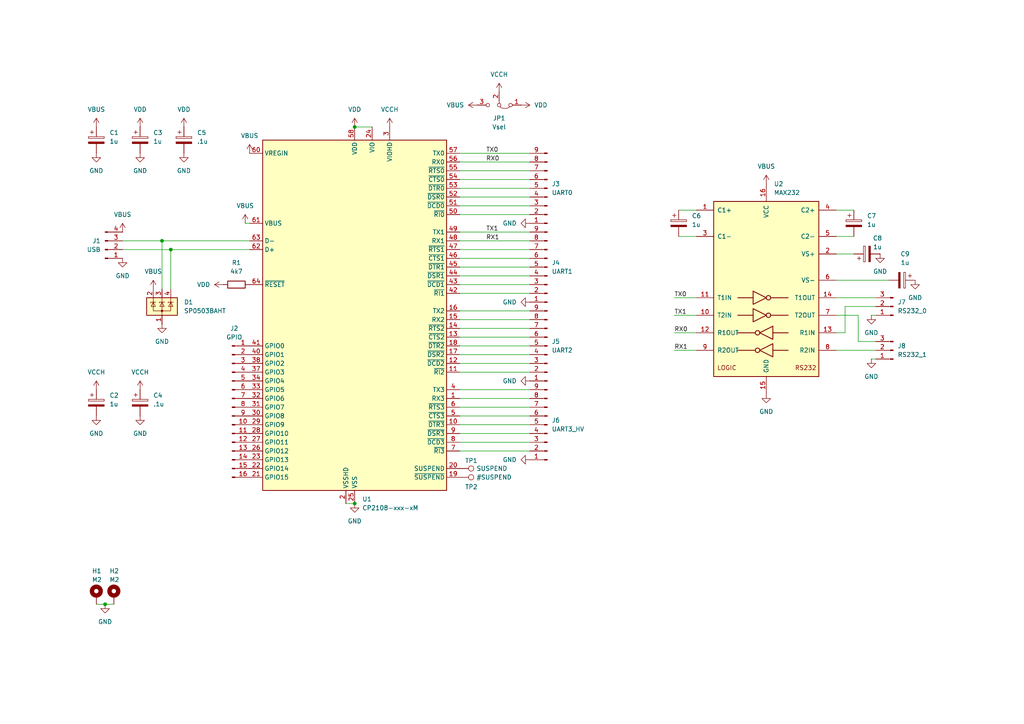
<source format=kicad_sch>
(kicad_sch (version 20231120) (generator "eeschema") (generator_version "8.0")
  (paper "A4")
  (title_block (title "USB-to-quad UART") (date "2024-07-31") (rev "rev. 1") (company "Prolan") (comment 1 "USB"))
  (lib_symbols
    (symbol "Connector:Conn_01x03_Pin" (pin_names (offset 1.016) hide)
      (property "Reference" "J" (at 0 5.08 0))
      (property "Value" "Conn_01x03_Pin" (at 0 -5.08 0))
      (symbol "Conn_01x03_Pin_1_1"
        (polyline (pts (xy 1.27 -2.54) (xy 0.8636 -2.54)) (stroke (width 0.1524)))
        (polyline (pts (xy 1.27 0) (xy 0.8636 0)) (stroke (width 0.1524)))
        (polyline (pts (xy 1.27 2.54) (xy 0.8636 2.54)) (stroke (width 0.1524)))
        (rectangle (start 0.8636 -2.413) (end 0 -2.667) (stroke (width 0.1524)) (fill (type outline)))
        (rectangle (start 0.8636 0.127) (end 0 -0.127) (stroke (width 0.1524)) (fill (type outline)))
        (rectangle (start 0.8636 2.667) (end 0 2.413) (stroke (width 0.1524)) (fill (type outline)))
        (pin passive line (at 5.08 2.54 180) (length 3.81) (name "Pin_1") (number "1"))
        (pin passive line (at 5.08 0 180) (length 3.81) (name "Pin_2") (number "2"))
        (pin passive line (at 5.08 -2.54 180) (length 3.81) (name "Pin_3") (number "3"))
      )
    )
    (symbol "Connector:Conn_01x04_Pin" (pin_names (offset 1.016) hide)
      (property "Reference" "J" (at 0 5.08 0))
      (property "Value" "Conn_01x04_Pin" (at 0 -7.62 0))
      (symbol "Conn_01x04_Pin_1_1"
        (polyline (pts (xy 1.27 -5.08) (xy 0.8636 -5.08)) (stroke (width 0.1524)))
        (polyline (pts (xy 1.27 -2.54) (xy 0.8636 -2.54)) (stroke (width 0.1524)))
        (polyline (pts (xy 1.27 0) (xy 0.8636 0)) (stroke (width 0.1524)))
        (polyline (pts (xy 1.27 2.54) (xy 0.8636 2.54)) (stroke (width 0.1524)))
        (rectangle (start 0.8636 -4.953) (end 0 -5.207) (stroke (width 0.1524)) (fill (type outline)))
        (rectangle (start 0.8636 -2.413) (end 0 -2.667) (stroke (width 0.1524)) (fill (type outline)))
        (rectangle (start 0.8636 0.127) (end 0 -0.127) (stroke (width 0.1524)) (fill (type outline)))
        (rectangle (start 0.8636 2.667) (end 0 2.413) (stroke (width 0.1524)) (fill (type outline)))
        (pin passive line (at 5.08 2.54 180) (length 3.81) (name "Pin_1") (number "1"))
        (pin passive line (at 5.08 0 180) (length 3.81) (name "Pin_2") (number "2"))
        (pin passive line (at 5.08 -2.54 180) (length 3.81) (name "Pin_3") (number "3"))
        (pin passive line (at 5.08 -5.08 180) (length 3.81) (name "Pin_4") (number "4"))
      )
    )
    (symbol "Connector:Conn_01x09_Pin" (pin_names (offset 1.016) hide)
      (property "Reference" "J" (at 0 12.7 0))
      (property "Value" "Conn_01x09_Pin" (at 0 -12.7 0))
      (symbol "Conn_01x09_Pin_1_1"
        (polyline (pts (xy 1.27 -10.16) (xy 0.8636 -10.16)) (stroke (width 0.1524)))
        (polyline (pts (xy 1.27 -7.62) (xy 0.8636 -7.62)) (stroke (width 0.1524)))
        (polyline (pts (xy 1.27 -5.08) (xy 0.8636 -5.08)) (stroke (width 0.1524)))
        (polyline (pts (xy 1.27 -2.54) (xy 0.8636 -2.54)) (stroke (width 0.1524)))
        (polyline (pts (xy 1.27 0) (xy 0.8636 0)) (stroke (width 0.1524)))
        (polyline (pts (xy 1.27 2.54) (xy 0.8636 2.54)) (stroke (width 0.1524)))
        (polyline (pts (xy 1.27 5.08) (xy 0.8636 5.08)) (stroke (width 0.1524)))
        (polyline (pts (xy 1.27 7.62) (xy 0.8636 7.62)) (stroke (width 0.1524)))
        (polyline (pts (xy 1.27 10.16) (xy 0.8636 10.16)) (stroke (width 0.1524)))
        (rectangle (start 0.8636 -10.033) (end 0 -10.287) (stroke (width 0.1524)) (fill (type outline)))
        (rectangle (start 0.8636 -7.493) (end 0 -7.747) (stroke (width 0.1524)) (fill (type outline)))
        (rectangle (start 0.8636 -4.953) (end 0 -5.207) (stroke (width 0.1524)) (fill (type outline)))
        (rectangle (start 0.8636 -2.413) (end 0 -2.667) (stroke (width 0.1524)) (fill (type outline)))
        (rectangle (start 0.8636 0.127) (end 0 -0.127) (stroke (width 0.1524)) (fill (type outline)))
        (rectangle (start 0.8636 2.667) (end 0 2.413) (stroke (width 0.1524)) (fill (type outline)))
        (rectangle (start 0.8636 5.207) (end 0 4.953) (stroke (width 0.1524)) (fill (type outline)))
        (rectangle (start 0.8636 7.747) (end 0 7.493) (stroke (width 0.1524)) (fill (type outline)))
        (rectangle (start 0.8636 10.287) (end 0 10.033) (stroke (width 0.1524)) (fill (type outline)))
        (pin passive line (at 5.08 10.16 180) (length 3.81) (name "Pin_1") (number "1"))
        (pin passive line (at 5.08 7.62 180) (length 3.81) (name "Pin_2") (number "2"))
        (pin passive line (at 5.08 5.08 180) (length 3.81) (name "Pin_3") (number "3"))
        (pin passive line (at 5.08 2.54 180) (length 3.81) (name "Pin_4") (number "4"))
        (pin passive line (at 5.08 0 180) (length 3.81) (name "Pin_5") (number "5"))
        (pin passive line (at 5.08 -2.54 180) (length 3.81) (name "Pin_6") (number "6"))
        (pin passive line (at 5.08 -5.08 180) (length 3.81) (name "Pin_7") (number "7"))
        (pin passive line (at 5.08 -7.62 180) (length 3.81) (name "Pin_8") (number "8"))
        (pin passive line (at 5.08 -10.16 180) (length 3.81) (name "Pin_9") (number "9"))
      )
    )
    (symbol "Connector:Conn_01x16_Pin" (pin_names (offset 1.016) hide)
      (property "Reference" "J" (at 0 20.32 0))
      (property "Value" "Conn_01x16_Pin" (at 0 -22.86 0))
      (symbol "Conn_01x16_Pin_1_1"
        (polyline (pts (xy 1.27 -20.32) (xy 0.8636 -20.32)) (stroke (width 0.1524)))
        (polyline (pts (xy 1.27 -17.78) (xy 0.8636 -17.78)) (stroke (width 0.1524)))
        (polyline (pts (xy 1.27 -15.24) (xy 0.8636 -15.24)) (stroke (width 0.1524)))
        (polyline (pts (xy 1.27 -12.7) (xy 0.8636 -12.7)) (stroke (width 0.1524)))
        (polyline (pts (xy 1.27 -10.16) (xy 0.8636 -10.16)) (stroke (width 0.1524)))
        (polyline (pts (xy 1.27 -7.62) (xy 0.8636 -7.62)) (stroke (width 0.1524)))
        (polyline (pts (xy 1.27 -5.08) (xy 0.8636 -5.08)) (stroke (width 0.1524)))
        (polyline (pts (xy 1.27 -2.54) (xy 0.8636 -2.54)) (stroke (width 0.1524)))
        (polyline (pts (xy 1.27 0) (xy 0.8636 0)) (stroke (width 0.1524)))
        (polyline (pts (xy 1.27 2.54) (xy 0.8636 2.54)) (stroke (width 0.1524)))
        (polyline (pts (xy 1.27 5.08) (xy 0.8636 5.08)) (stroke (width 0.1524)))
        (polyline (pts (xy 1.27 7.62) (xy 0.8636 7.62)) (stroke (width 0.1524)))
        (polyline (pts (xy 1.27 10.16) (xy 0.8636 10.16)) (stroke (width 0.1524)))
        (polyline (pts (xy 1.27 12.7) (xy 0.8636 12.7)) (stroke (width 0.1524)))
        (polyline (pts (xy 1.27 15.24) (xy 0.8636 15.24)) (stroke (width 0.1524)))
        (polyline (pts (xy 1.27 17.78) (xy 0.8636 17.78)) (stroke (width 0.1524)))
        (rectangle (start 0.8636 -20.193) (end 0 -20.447) (stroke (width 0.1524)) (fill (type outline)))
        (rectangle (start 0.8636 -17.653) (end 0 -17.907) (stroke (width 0.1524)) (fill (type outline)))
        (rectangle (start 0.8636 -15.113) (end 0 -15.367) (stroke (width 0.1524)) (fill (type outline)))
        (rectangle (start 0.8636 -12.573) (end 0 -12.827) (stroke (width 0.1524)) (fill (type outline)))
        (rectangle (start 0.8636 -10.033) (end 0 -10.287) (stroke (width 0.1524)) (fill (type outline)))
        (rectangle (start 0.8636 -7.493) (end 0 -7.747) (stroke (width 0.1524)) (fill (type outline)))
        (rectangle (start 0.8636 -4.953) (end 0 -5.207) (stroke (width 0.1524)) (fill (type outline)))
        (rectangle (start 0.8636 -2.413) (end 0 -2.667) (stroke (width 0.1524)) (fill (type outline)))
        (rectangle (start 0.8636 0.127) (end 0 -0.127) (stroke (width 0.1524)) (fill (type outline)))
        (rectangle (start 0.8636 2.667) (end 0 2.413) (stroke (width 0.1524)) (fill (type outline)))
        (rectangle (start 0.8636 5.207) (end 0 4.953) (stroke (width 0.1524)) (fill (type outline)))
        (rectangle (start 0.8636 7.747) (end 0 7.493) (stroke (width 0.1524)) (fill (type outline)))
        (rectangle (start 0.8636 10.287) (end 0 10.033) (stroke (width 0.1524)) (fill (type outline)))
        (rectangle (start 0.8636 12.827) (end 0 12.573) (stroke (width 0.1524)) (fill (type outline)))
        (rectangle (start 0.8636 15.367) (end 0 15.113) (stroke (width 0.1524)) (fill (type outline)))
        (rectangle (start 0.8636 17.907) (end 0 17.653) (stroke (width 0.1524)) (fill (type outline)))
        (pin passive line (at 5.08 17.78 180) (length 3.81) (name "Pin_1") (number "1"))
        (pin passive line (at 5.08 -5.08 180) (length 3.81) (name "Pin_10") (number "10"))
        (pin passive line (at 5.08 -7.62 180) (length 3.81) (name "Pin_11") (number "11"))
        (pin passive line (at 5.08 -10.16 180) (length 3.81) (name "Pin_12") (number "12"))
        (pin passive line (at 5.08 -12.7 180) (length 3.81) (name "Pin_13") (number "13"))
        (pin passive line (at 5.08 -15.24 180) (length 3.81) (name "Pin_14") (number "14"))
        (pin passive line (at 5.08 -17.78 180) (length 3.81) (name "Pin_15") (number "15"))
        (pin passive line (at 5.08 -20.32 180) (length 3.81) (name "Pin_16") (number "16"))
        (pin passive line (at 5.08 15.24 180) (length 3.81) (name "Pin_2") (number "2"))
        (pin passive line (at 5.08 12.7 180) (length 3.81) (name "Pin_3") (number "3"))
        (pin passive line (at 5.08 10.16 180) (length 3.81) (name "Pin_4") (number "4"))
        (pin passive line (at 5.08 7.62 180) (length 3.81) (name "Pin_5") (number "5"))
        (pin passive line (at 5.08 5.08 180) (length 3.81) (name "Pin_6") (number "6"))
        (pin passive line (at 5.08 2.54 180) (length 3.81) (name "Pin_7") (number "7"))
        (pin passive line (at 5.08 0 180) (length 3.81) (name "Pin_8") (number "8"))
        (pin passive line (at 5.08 -2.54 180) (length 3.81) (name "Pin_9") (number "9"))
      )
    )
    (symbol "Connector:TestPoint" (pin_numbers hide) (pin_names (offset 0.762) hide)
      (property "Reference" "TP" (at 0 6.858 0))
      (property "Value" "TestPoint" (at 0 5.08 0))
      (symbol "TestPoint_0_1"
        (circle (center 0 3.302) (radius 0.762))
      )
      (symbol "TestPoint_1_1"
        (pin passive line (at 0 0 90) (length 2.54) (name "1") (number "1"))
      )
    )
    (symbol "Device:C_Polarized" (pin_numbers hide) (pin_names (offset 0.254))
      (property "Reference" "C" (at 0.635 2.54 0))
      (property "Value" "C_Polarized" (at 0.635 -2.54 0))
      (symbol "C_Polarized_0_1"
        (rectangle (start -2.286 0.508) (end 2.286 1.016))
        (polyline (pts (xy -1.778 2.286) (xy -0.762 2.286)))
        (polyline (pts (xy -1.27 2.794) (xy -1.27 1.778)))
        (rectangle (start 2.286 -0.508) (end -2.286 -1.016) (fill (type outline)))
      )
      (symbol "C_Polarized_1_1"
        (pin passive line (at 0 3.81 270) (length 2.794) (name "~") (number "1"))
        (pin passive line (at 0 -3.81 90) (length 2.794) (name "~") (number "2"))
      )
    )
    (symbol "Device:R" (pin_numbers hide) (pin_names (offset 0))
      (property "Reference" "R" (at 2.032 0 90))
      (property "Value" "R" (at 0 0 90))
      (symbol "R_0_1"
        (rectangle (start -1.016 -2.54) (end 1.016 2.54) (stroke (width 0.254)))
      )
      (symbol "R_1_1"
        (pin passive line (at 0 3.81 270) (length 1.27) (name "~") (number "1"))
        (pin passive line (at 0 -3.81 90) (length 1.27) (name "~") (number "2"))
      )
    )
    (symbol "Interface_UART:MAX232" (pin_names (offset 1.016))
      (property "Reference" "U" (at -2.54 28.575 0))
      (property "Value" "MAX232" (at -2.54 26.67 0))
      (symbol "MAX232_0_0"
        (text "LOGIC" (at -11.43 -22.86 0) (effects (font (size 1.27 1.27))))
        (text "RS232" (at 11.43 -22.86 0) (effects (font (size 1.27 1.27))))
      )
      (symbol "MAX232_0_1"
        (rectangle (start -15.24 -25.4) (end 15.24 25.4) (stroke (width 0.254)) (fill (type background)))
        (circle (center -2.54 -17.78) (radius 0.635) (stroke (width 0.254)))
        (circle (center -2.54 -12.7) (radius 0.635) (stroke (width 0.254)))
        (polyline (pts (xy -3.81 -7.62) (xy -8.255 -7.62)) (stroke (width 0.254)))
        (polyline (pts (xy -3.81 -2.54) (xy -8.255 -2.54)) (stroke (width 0.254)))
        (polyline (pts (xy -3.175 -17.78) (xy -8.255 -17.78)) (stroke (width 0.254)))
        (polyline (pts (xy -3.175 -12.7) (xy -8.255 -12.7)) (stroke (width 0.254)))
        (polyline (pts (xy 1.27 -7.62) (xy 6.35 -7.62)) (stroke (width 0.254)))
        (polyline (pts (xy 1.27 -2.54) (xy 6.35 -2.54)) (stroke (width 0.254)))
        (polyline (pts (xy 1.905 -17.78) (xy 6.35 -17.78)) (stroke (width 0.254)))
        (polyline (pts (xy 1.905 -12.7) (xy 6.35 -12.7)) (stroke (width 0.254)))
        (polyline (pts (xy -3.81 -5.715) (xy -3.81 -9.525) (xy 0 -7.62) (xy -3.81 -5.715)) (stroke (width 0.254)))
        (polyline (pts (xy -3.81 -0.635) (xy -3.81 -4.445) (xy 0 -2.54) (xy -3.81 -0.635)) (stroke (width 0.254)))
        (polyline (pts (xy 1.905 -15.875) (xy 1.905 -19.685) (xy -1.905 -17.78) (xy 1.905 -15.875)) (stroke (width 0.254)))
        (polyline (pts (xy 1.905 -10.795) (xy 1.905 -14.605) (xy -1.905 -12.7) (xy 1.905 -10.795)) (stroke (width 0.254)))
        (circle (center 0.635 -7.62) (radius 0.635) (stroke (width 0.254)))
        (circle (center 0.635 -2.54) (radius 0.635) (stroke (width 0.254)))
      )
      (symbol "MAX232_1_1"
        (pin passive line (at -20.32 22.86 0) (length 5.08) (name "C1+") (number "1"))
        (pin input line (at -20.32 -7.62 0) (length 5.08) (name "T2IN") (number "10"))
        (pin input line (at -20.32 -2.54 0) (length 5.08) (name "T1IN") (number "11"))
        (pin output line (at -20.32 -12.7 0) (length 5.08) (name "R1OUT") (number "12"))
        (pin input line (at 20.32 -12.7 180) (length 5.08) (name "R1IN") (number "13"))
        (pin output line (at 20.32 -2.54 180) (length 5.08) (name "T1OUT") (number "14"))
        (pin power_in line (at 0 -30.48 90) (length 5.08) (name "GND") (number "15"))
        (pin power_in line (at 0 30.48 270) (length 5.08) (name "VCC") (number "16"))
        (pin power_out line (at 20.32 10.16 180) (length 5.08) (name "VS+") (number "2"))
        (pin passive line (at -20.32 15.24 0) (length 5.08) (name "C1-") (number "3"))
        (pin passive line (at 20.32 22.86 180) (length 5.08) (name "C2+") (number "4"))
        (pin passive line (at 20.32 15.24 180) (length 5.08) (name "C2-") (number "5"))
        (pin power_out line (at 20.32 2.54 180) (length 5.08) (name "VS-") (number "6"))
        (pin output line (at 20.32 -7.62 180) (length 5.08) (name "T2OUT") (number "7"))
        (pin input line (at 20.32 -17.78 180) (length 5.08) (name "R2IN") (number "8"))
        (pin output line (at -20.32 -17.78 0) (length 5.08) (name "R2OUT") (number "9"))
      )
    )
    (symbol "Interface_USB:CP2108-xxx-xM"
      (property "Reference" "U" (at -26.67 53.34 0))
      (property "Value" "CP2108-xxx-xM" (at 19.05 53.34 0))
      (symbol "CP2108-xxx-xM_0_1"
        (rectangle (start -26.67 -49.53) (end 26.67 52.07) (stroke (width 0.254)) (fill (type background)))
      )
      (symbol "CP2108-xxx-xM_1_1"
        (pin input line (at 30.48 -22.86 180) (length 3.81) (name "RX3") (number "1"))
        (pin output line (at 30.48 -30.48 180) (length 3.81) (name "~{DTR3}") (number "10"))
        (pin input line (at 30.48 -15.24 180) (length 3.81) (name "~{RI2}") (number "11"))
        (pin input line (at 30.48 -12.7 180) (length 3.81) (name "~{DCD2}") (number "12"))
        (pin input line (at 30.48 -5.08 180) (length 3.81) (name "~{CTS2}") (number "13"))
        (pin output line (at 30.48 -2.54 180) (length 3.81) (name "~{RTS2}") (number "14"))
        (pin input line (at 30.48 0 180) (length 3.81) (name "RX2") (number "15"))
        (pin output line (at 30.48 2.54 180) (length 3.81) (name "TX2") (number "16"))
        (pin input line (at 30.48 -10.16 180) (length 3.81) (name "~{DSR2}") (number "17"))
        (pin output line (at 30.48 -7.62 180) (length 3.81) (name "~{DTR2}") (number "18"))
        (pin output line (at 30.48 -45.72 180) (length 3.81) (name "~{SUSPEND}") (number "19"))
        (pin power_in line (at -2.54 -53.34 90) (length 3.81) (name "VSSHD") (number "2"))
        (pin output line (at 30.48 -43.18 180) (length 3.81) (name "SUSPEND") (number "20"))
        (pin bidirectional line (at -30.48 -45.72 0) (length 3.81) (name "GPIO15") (number "21"))
        (pin bidirectional line (at -30.48 -43.18 0) (length 3.81) (name "GPIO14") (number "22"))
        (pin bidirectional line (at -30.48 -40.64 0) (length 3.81) (name "GPIO13") (number "23"))
        (pin power_in line (at 5.08 55.88 270) (length 3.81) (name "VIO") (number "24"))
        (pin power_in line (at 0 -53.34 90) (length 3.81) (name "VSS") (number "25"))
        (pin bidirectional line (at -30.48 -38.1 0) (length 3.81) (name "GPIO12") (number "26"))
        (pin bidirectional line (at -30.48 -35.56 0) (length 3.81) (name "GPIO11") (number "27"))
        (pin bidirectional line (at -30.48 -33.02 0) (length 3.81) (name "GPIO10") (number "28"))
        (pin bidirectional line (at -30.48 -30.48 0) (length 3.81) (name "GPIO9") (number "29"))
        (pin power_in line (at 10.16 55.88 270) (length 3.81) (name "VIOHD") (number "3"))
        (pin bidirectional line (at -30.48 -27.94 0) (length 3.81) (name "GPIO8") (number "30"))
        (pin bidirectional line (at -30.48 -25.4 0) (length 3.81) (name "GPIO7") (number "31"))
        (pin bidirectional line (at -30.48 -22.86 0) (length 3.81) (name "GPIO6") (number "32"))
        (pin bidirectional line (at -30.48 -20.32 0) (length 3.81) (name "GPIO5") (number "33"))
        (pin bidirectional line (at -30.48 -17.78 0) (length 3.81) (name "GPIO4") (number "34"))
        (pin no_connect line (at -26.67 43.18 0) (length 3.81) hide (name "NC") (number "35"))
        (pin no_connect line (at -26.67 40.64 0) (length 3.81) hide (name "NC") (number "36"))
        (pin bidirectional line (at -30.48 -15.24 0) (length 3.81) (name "GPIO3") (number "37"))
        (pin bidirectional line (at -30.48 -12.7 0) (length 3.81) (name "GPIO2") (number "38"))
        (pin passive line (at 5.08 55.88 270) (length 3.81) hide (name "VIO") (number "39"))
        (pin output line (at 30.48 -20.32 180) (length 3.81) (name "TX3") (number "4"))
        (pin bidirectional line (at -30.48 -10.16 0) (length 3.81) (name "GPIO1") (number "40"))
        (pin bidirectional line (at -30.48 -7.62 0) (length 3.81) (name "GPIO0") (number "41"))
        (pin input line (at 30.48 7.62 180) (length 3.81) (name "~{RI1}") (number "42"))
        (pin input line (at 30.48 10.16 180) (length 3.81) (name "~{DCD1}") (number "43"))
        (pin input line (at 30.48 12.7 180) (length 3.81) (name "~{DSR1}") (number "44"))
        (pin output line (at 30.48 15.24 180) (length 3.81) (name "~{DTR1}") (number "45"))
        (pin input line (at 30.48 17.78 180) (length 3.81) (name "~{CTS1}") (number "46"))
        (pin output line (at 30.48 20.32 180) (length 3.81) (name "~{RTS1}") (number "47"))
        (pin input line (at 30.48 22.86 180) (length 3.81) (name "RX1") (number "48"))
        (pin output line (at 30.48 25.4 180) (length 3.81) (name "TX1") (number "49"))
        (pin input line (at 30.48 -27.94 180) (length 3.81) (name "~{CTS3}") (number "5"))
        (pin input line (at 30.48 30.48 180) (length 3.81) (name "~{RI0}") (number "50"))
        (pin input line (at 30.48 33.02 180) (length 3.81) (name "~{DCD0}") (number "51"))
        (pin input line (at 30.48 35.56 180) (length 3.81) (name "~{DSR0}") (number "52"))
        (pin output line (at 30.48 38.1 180) (length 3.81) (name "~{DTR0}") (number "53"))
        (pin input line (at 30.48 40.64 180) (length 3.81) (name "~{CTS0}") (number "54"))
        (pin output line (at 30.48 43.18 180) (length 3.81) (name "~{RTS0}") (number "55"))
        (pin input line (at 30.48 45.72 180) (length 3.81) (name "RX0") (number "56"))
        (pin output line (at 30.48 48.26 180) (length 3.81) (name "TX0") (number "57"))
        (pin power_in line (at 0 55.88 270) (length 3.81) (name "VDD") (number "58"))
        (pin passive line (at 0 -53.34 90) (length 3.81) hide (name "VSS") (number "59"))
        (pin output line (at 30.48 -25.4 180) (length 3.81) (name "~{RTS3}") (number "6"))
        (pin power_in line (at -30.48 48.26 0) (length 3.81) (name "VREGIN") (number "60"))
        (pin input line (at -30.48 27.94 0) (length 3.81) (name "VBUS") (number "61"))
        (pin bidirectional line (at -30.48 20.32 0) (length 3.81) (name "D+") (number "62"))
        (pin bidirectional line (at -30.48 22.86 0) (length 3.81) (name "D-") (number "63"))
        (pin input line (at -30.48 10.16 0) (length 3.81) (name "~{RESET}") (number "64"))
        (pin passive line (at 0 -53.34 90) (length 3.81) hide (name "VSS") (number "65"))
        (pin input line (at 30.48 -38.1 180) (length 3.81) (name "~{RI3}") (number "7"))
        (pin input line (at 30.48 -35.56 180) (length 3.81) (name "~{DCD3}") (number "8"))
        (pin input line (at 30.48 -33.02 180) (length 3.81) (name "~{DSR3}") (number "9"))
      )
    )
    (symbol "Jumper:Jumper_3_Bridged12" (pin_names (offset 0) hide) (exclude_from_sim yes) (in_bom no)
      (property "Reference" "JP" (at -2.54 -2.54 0))
      (property "Value" "Jumper_3_Bridged12" (at 0 2.794 0))
      (symbol "Jumper_3_Bridged12_0_0"
        (circle (center -3.302 0) (radius 0.508))
        (circle (center 0 0) (radius 0.508))
        (circle (center 3.302 0) (radius 0.508))
      )
      (symbol "Jumper_3_Bridged12_0_1"
        (arc (start -0.254 0.508) (mid -1.651 0.9912) (end -3.048 0.508))
        (polyline (pts (xy 0 -1.27) (xy 0 -0.508)))
      )
      (symbol "Jumper_3_Bridged12_1_1"
        (pin passive line (at -6.35 0 0) (length 2.54) (name "A") (number "1"))
        (pin passive line (at 0 -3.81 90) (length 2.54) (name "C") (number "2"))
        (pin passive line (at 6.35 0 180) (length 2.54) (name "B") (number "3"))
      )
    )
    (symbol "Mechanical:MountingHole_Pad" (pin_numbers hide) (pin_names (offset 1.016) hide) (exclude_from_sim yes) (in_bom no)
      (property "Reference" "H" (at 0 6.35 0))
      (property "Value" "MountingHole_Pad" (at 0 4.445 0))
      (symbol "MountingHole_Pad_0_1"
        (circle (center 0 1.27) (radius 1.27) (stroke (width 1.27)))
      )
      (symbol "MountingHole_Pad_1_1"
        (pin input line (at 0 -2.54 90) (length 2.54) (name "1") (number "1"))
      )
    )
    (symbol "Power_Protection:SP0503BAHT" (pin_names hide)
      (property "Reference" "D" (at 5.715 2.54 0))
      (property "Value" "SP0503BAHT" (at 5.715 0.635 0))
      (symbol "SP0503BAHT_0_0"
        (pin passive line (at 0 -5.08 90) (length 2.54) (name "A") (number "1"))
      )
      (symbol "SP0503BAHT_0_1"
        (rectangle (start -4.445 2.54) (end 4.445 -2.54) (stroke (width 0.254)) (fill (type background)))
        (circle (center 0 -1.27) (radius 0.254) (fill (type outline)))
        (polyline (pts (xy -2.54 2.54) (xy -2.54 1.27)))
        (polyline (pts (xy 0 -1.27) (xy 0 -2.54)))
        (polyline (pts (xy 0 -1.27) (xy 0 1.27)))
        (polyline (pts (xy 0 2.54) (xy 0 1.27)))
        (polyline (pts (xy 0.635 1.27) (xy 0.762 1.27)))
        (polyline (pts (xy 2.54 2.54) (xy 2.54 1.27)))
        (polyline (pts (xy 0.635 1.27) (xy -0.762 1.27) (xy -0.762 1.016)))
        (polyline (pts (xy -3.302 1.016) (xy -3.302 1.27) (xy -1.905 1.27) (xy -1.778 1.27)))
        (polyline (pts (xy -2.54 1.27) (xy -2.54 -1.27) (xy 2.54 -1.27) (xy 2.54 1.27)))
        (polyline (pts (xy -2.54 1.27) (xy -1.905 0) (xy -3.175 0) (xy -2.54 1.27)))
        (polyline (pts (xy 0.635 0) (xy -0.635 0) (xy 0 1.27) (xy 0.635 0)))
        (polyline (pts (xy 1.778 1.016) (xy 1.778 1.27) (xy 3.175 1.27) (xy 3.302 1.27)))
        (polyline (pts (xy 2.54 1.27) (xy 1.905 0) (xy 3.175 0) (xy 2.54 1.27)))
      )
      (symbol "SP0503BAHT_1_1"
        (pin passive line (at -2.54 5.08 270) (length 2.54) (name "K") (number "2"))
        (pin passive line (at 0 5.08 270) (length 2.54) (name "K") (number "3"))
        (pin passive line (at 2.54 5.08 270) (length 2.54) (name "K") (number "4"))
      )
    )
    (symbol "power:GND" (power) (pin_numbers hide) (pin_names (offset 0) hide)
      (property "Value" "GND" (at 0 -3.81 0))
      (symbol "GND_0_1"
        (polyline (pts (xy 0 0) (xy 0 -1.27) (xy 1.27 -1.27) (xy 0 -2.54) (xy -1.27 -1.27) (xy 0 -1.27)))
      )
      (symbol "GND_1_1"
        (pin power_in line (at 0 0 270) (length 0) (name "~") (number "1"))
      )
    )
    (symbol "power:VBUS" (power) (pin_numbers hide) (pin_names (offset 0) hide)
      (property "Value" "VBUS" (at 0 3.556 0))
      (symbol "VBUS_0_1"
        (polyline (pts (xy -0.762 1.27) (xy 0 2.54)))
        (polyline (pts (xy 0 0) (xy 0 2.54)))
        (polyline (pts (xy 0 2.54) (xy 0.762 1.27)))
      )
      (symbol "VBUS_1_1"
        (pin power_in line (at 0 0 90) (length 0) (name "~") (number "1"))
      )
    )
    (symbol "power:VCC" (power) (pin_numbers hide) (pin_names (offset 0) hide)
      (property "Value" "VCC" (at 0 3.556 0))
      (symbol "VCC_0_1"
        (polyline (pts (xy -0.762 1.27) (xy 0 2.54)))
        (polyline (pts (xy 0 0) (xy 0 2.54)))
        (polyline (pts (xy 0 2.54) (xy 0.762 1.27)))
      )
      (symbol "VCC_1_1"
        (pin power_in line (at 0 0 90) (length 0) (name "~") (number "1"))
      )
    )
    (symbol "power:VDD" (power) (pin_numbers hide) (pin_names (offset 0) hide)
      (property "Value" "VDD" (at 0 3.556 0))
      (symbol "VDD_0_1"
        (polyline (pts (xy -0.762 1.27) (xy 0 2.54)))
        (polyline (pts (xy 0 0) (xy 0 2.54)))
        (polyline (pts (xy 0 2.54) (xy 0.762 1.27)))
      )
      (symbol "VDD_1_1"
        (pin power_in line (at 0 0 90) (length 0) (name "~") (number "1"))
      )
    )
  )
  (junction (at 46.99 69.85))
  (junction (at 102.87 36.83))
  (junction (at 49.53 72.39))
  (junction (at 102.87 146.05))
  (junction (at 30.48 175.26))
  (wire (pts (xy 153.67 100.33) (xy 133.35 100.33)))
  (wire (pts (xy 247.65 73.66) (xy 242.57 73.66)))
  (wire (pts (xy 153.67 120.65) (xy 133.35 120.65)))
  (wire (pts (xy 153.67 57.15) (xy 133.35 57.15)))
  (wire (pts (xy 35.56 72.39) (xy 49.53 72.39)))
  (wire (pts (xy 153.67 118.11) (xy 133.35 118.11)))
  (wire (pts (xy 153.67 80.01) (xy 133.35 80.01)))
  (wire (pts (xy 196.85 60.96) (xy 201.93 60.96)))
  (wire (pts (xy 71.12 64.77) (xy 72.39 64.77)))
  (wire (pts (xy 153.67 54.61) (xy 133.35 54.61)))
  (wire (pts (xy 153.67 69.85) (xy 133.35 69.85)))
  (wire (pts (xy 252.73 104.14) (xy 254 104.14)))
  (wire (pts (xy 247.65 60.96) (xy 242.57 60.96)))
  (wire (pts (xy 257.81 81.28) (xy 242.57 81.28)))
  (wire (pts (xy 153.67 95.25) (xy 133.35 95.25)))
  (wire (pts (xy 46.99 69.85) (xy 46.99 83.82)))
  (wire (pts (xy 153.67 125.73) (xy 133.35 125.73)))
  (wire (pts (xy 247.65 68.58) (xy 242.57 68.58)))
  (wire (pts (xy 254 86.36) (xy 242.57 86.36)))
  (wire (pts (xy 242.57 101.6) (xy 254 101.6)))
  (wire (pts (xy 252.73 91.44) (xy 254 91.44)))
  (wire (pts (xy 153.67 77.47) (xy 133.35 77.47)))
  (wire (pts (xy 153.67 74.93) (xy 133.35 74.93)))
  (wire (pts (xy 46.99 69.85) (xy 72.39 69.85)))
  (wire (pts (xy 153.67 90.17) (xy 133.35 90.17)))
  (wire (pts (xy 153.67 46.99) (xy 133.35 46.99)))
  (wire (pts (xy 153.67 72.39) (xy 133.35 72.39)))
  (wire (pts (xy 153.67 59.69) (xy 133.35 59.69)))
  (wire (pts (xy 102.87 36.83) (xy 107.95 36.83)))
  (wire (pts (xy 195.58 91.44) (xy 201.93 91.44)))
  (wire (pts (xy 153.67 85.09) (xy 133.35 85.09)))
  (wire (pts (xy 195.58 96.52) (xy 201.93 96.52)))
  (wire (pts (xy 35.56 69.85) (xy 46.99 69.85)))
  (wire (pts (xy 195.58 86.36) (xy 201.93 86.36)))
  (wire (pts (xy 153.67 62.23) (xy 133.35 62.23)))
  (wire (pts (xy 153.67 49.53) (xy 133.35 49.53)))
  (wire (pts (xy 153.67 97.79) (xy 133.35 97.79)))
  (wire (pts (xy 49.53 72.39) (xy 72.39 72.39)))
  (wire (pts (xy 248.92 99.06) (xy 254 99.06)))
  (wire (pts (xy 153.67 92.71) (xy 133.35 92.71)))
  (wire (pts (xy 153.67 107.95) (xy 133.35 107.95)))
  (wire (pts (xy 153.67 128.27) (xy 133.35 128.27)))
  (wire (pts (xy 245.11 96.52) (xy 245.11 88.9)))
  (wire (pts (xy 242.57 91.44) (xy 248.92 91.44)))
  (wire (pts (xy 153.67 52.07) (xy 133.35 52.07)))
  (wire (pts (xy 30.48 175.26) (xy 33.02 175.26)))
  (wire (pts (xy 153.67 82.55) (xy 133.35 82.55)))
  (wire (pts (xy 245.11 88.9) (xy 254 88.9)))
  (wire (pts (xy 196.85 68.58) (xy 201.93 68.58)))
  (wire (pts (xy 27.94 175.26) (xy 30.48 175.26)))
  (wire (pts (xy 153.67 105.41) (xy 133.35 105.41)))
  (wire (pts (xy 100.33 146.05) (xy 102.87 146.05)))
  (wire (pts (xy 153.67 123.19) (xy 133.35 123.19)))
  (wire (pts (xy 153.67 102.87) (xy 133.35 102.87)))
  (wire (pts (xy 195.58 101.6) (xy 201.93 101.6)))
  (wire (pts (xy 153.67 44.45) (xy 133.35 44.45)))
  (wire (pts (xy 153.67 67.31) (xy 133.35 67.31)))
  (wire (pts (xy 153.67 130.81) (xy 133.35 130.81)))
  (wire (pts (xy 242.57 96.52) (xy 245.11 96.52)))
  (wire (pts (xy 248.92 91.44) (xy 248.92 99.06)))
  (wire (pts (xy 153.67 115.57) (xy 133.35 115.57)))
  (wire (pts (xy 49.53 83.82) (xy 49.53 72.39)))
  (wire (pts (xy 153.67 113.03) (xy 133.35 113.03)))
  (label "RX1" (at 195.58 101.6 0))
  (label "TX1" (at 140.97 67.31 0))
  (label "TX1" (at 195.58 91.44 0))
  (label "RX0" (at 140.97 46.99 0))
  (label "TX0" (at 195.58 86.36 0))
  (label "TX0" (at 140.97 44.45 0))
  (label "RX0" (at 195.58 96.52 0))
  (label "RX1" (at 140.97 69.85 0))
  (symbol (lib_id "Interface_USB:CP2108-xxx-xM") (at 102.87 92.71 0) (unit 1)
    (property "Reference" "U1" (at 105.0641 144.78 0) (effects (justify left)))
    (property "Value" "CP2108-xxx-xM" (at 105.0641 147.32 0) (effects (justify left)))
    (property "Footprint" "Package_DFN_QFN:QFN-64-1EP_9x9mm_P0.5mm_EP4.1x4.1mm" (effects (hide yes)))
    (property "Datasheet" "https://www.silabs.com/documents/public/data-sheets/cp2108-datasheet.pdf" (effects (hide yes)))
    (property "Description" "Full Speed Quad Channel USB UART/FIFO, integrated clock and EEPROM, QFN-64" (effects (hide yes)))
  )
  (symbol (lib_id "power:VDD") (at 53.34 36.83 0) (unit 1)
    (property "Reference" "#PWR07" (effects (hide yes)))
    (property "Value" "VDD" (at 53.34 31.75 0))
    (property "Description" "Power symbol creates a global label with name \"VDD\"" (effects (hide yes)))
  )
  (symbol (lib_id "Device:C_Polarized") (at 196.85 64.77 0) (unit 1)
    (property "Reference" "C6" (at 200.66 62.6109 0) (effects (justify left)))
    (property "Value" "1u" (at 200.66 65.1509 0) (effects (justify left)))
    (property "Footprint" "Capacitor_SMD:C_1206_3216Metric" (effects (hide yes)))
    (property "Description" "Polarized capacitor" (effects (hide yes)))
  )
  (symbol (lib_id "Connector:TestPoint") (at 133.35 135.89 270) (unit 1)
    (property "Reference" "TP1" (at 134.874 133.604 90) (effects (justify left)))
    (property "Value" "SUSPEND" (at 138.176 135.89 90) (effects (justify left)))
    (property "Footprint" "TestPoint:TestPoint_Pad_D1.0mm" (effects (hide yes)))
    (property "Description" "test point" (effects (hide yes)))
  )
  (symbol (lib_id "power:VBUS") (at 71.12 64.77 0) (unit 1)
    (property "Reference" "#PWR024" (effects (hide yes)))
    (property "Value" "VBUS" (at 71.12 59.69 0))
    (property "Description" "Power symbol creates a global label with name \"VBUS\"" (effects (hide yes)))
  )
  (symbol (lib_id "power:GND") (at 40.64 120.65 0) (unit 1)
    (property "Reference" "#PWR014" (effects (hide yes)))
    (property "Value" "GND" (at 40.64 125.73 0))
    (property "Description" "Power symbol creates a global label with name \"GND\" , ground" (effects (hide yes)))
  )
  (symbol (lib_id "power:GND") (at 35.56 74.93 0) (unit 1)
    (property "Reference" "#PWR03" (effects (hide yes)))
    (property "Value" "GND" (at 35.56 80.01 0))
    (property "Description" "Power symbol creates a global label with name \"GND\" , ground" (effects (hide yes)))
  )
  (symbol (lib_id "Device:C_Polarized") (at 261.62 81.28 270) (unit 1)
    (property "Reference" "C9" (at 262.509 73.66 90))
    (property "Value" "1u" (at 262.509 76.2 90))
    (property "Footprint" "Capacitor_SMD:C_1206_3216Metric" (effects (hide yes)))
    (property "Description" "Polarized capacitor" (effects (hide yes)))
  )
  (symbol (lib_id "power:GND") (at 252.73 104.14 0) (unit 1)
    (property "Reference" "#PWR033" (effects (hide yes)))
    (property "Value" "GND" (at 252.73 109.22 0))
    (property "Description" "Power symbol creates a global label with name \"GND\" , ground" (effects (hide yes)))
  )
  (symbol (lib_id "power:GND") (at 255.27 73.66 0) (unit 1)
    (property "Reference" "#PWR030" (effects (hide yes)))
    (property "Value" "GND" (at 255.27 78.74 0))
    (property "Description" "Power symbol creates a global label with name \"GND\" , ground" (effects (hide yes)))
  )
  (symbol (lib_id "Connector:Conn_01x03_Pin") (at 259.08 88.9 180) (unit 1)
    (property "Reference" "J7" (at 260.35 87.6299 0) (effects (justify right)))
    (property "Value" "RS232_0" (at 260.35 90.1699 0) (effects (justify right)))
    (property "Footprint" "Connector_PinHeader_2.54mm:PinHeader_1x03_P2.54mm_Vertical" (effects (hide yes)))
    (property "Description" "Generic connector, single row, 01x03, script generated" (effects (hide yes)))
  )
  (symbol (lib_id "Device:C_Polarized") (at 40.64 116.84 0) (unit 1)
    (property "Reference" "C4" (at 44.45 114.6809 0) (effects (justify left)))
    (property "Value" ".1u" (at 44.45 117.2209 0) (effects (justify left)))
    (property "Footprint" "Capacitor_SMD:C_1206_3216Metric" (effects (hide yes)))
    (property "Description" "Polarized capacitor" (effects (hide yes)))
  )
  (symbol (lib_id "Device:C_Polarized") (at 247.65 64.77 0) (unit 1)
    (property "Reference" "C7" (at 251.46 62.6109 0) (effects (justify left)))
    (property "Value" "1u" (at 251.46 65.1509 0) (effects (justify left)))
    (property "Footprint" "Capacitor_SMD:C_1206_3216Metric" (effects (hide yes)))
    (property "Description" "Polarized capacitor" (effects (hide yes)))
  )
  (symbol (lib_id "Connector:Conn_01x09_Pin") (at 158.75 100.33 180) (unit 1)
    (property "Reference" "J5" (at 160.02 99.0599 0) (effects (justify right)))
    (property "Value" "UART2" (at 160.02 101.5999 0) (effects (justify right)))
    (property "Footprint" "Connector_PinHeader_2.54mm:PinHeader_1x09_P2.54mm_Vertical" (effects (hide yes)))
    (property "Description" "Generic connector, single row, 01x09, script generated" (effects (hide yes)))
  )
  (symbol (lib_id "power:GND") (at 153.67 87.63 270) (unit 1)
    (property "Reference" "#PWR018" (effects (hide yes)))
    (property "Value" "GND" (at 149.86 87.6299 90) (effects (justify right)))
    (property "Description" "Power symbol creates a global label with name \"GND\" , ground" (effects (hide yes)))
  )
  (symbol (lib_id "power:GND") (at 153.67 133.35 270) (unit 1)
    (property "Reference" "#PWR020" (effects (hide yes)))
    (property "Value" "GND" (at 149.86 133.3499 90) (effects (justify right)))
    (property "Description" "Power symbol creates a global label with name \"GND\" , ground" (effects (hide yes)))
  )
  (symbol (lib_id "Mechanical:MountingHole_Pad") (at 27.94 172.72 0) (unit 1) (exclude_from_sim yes) (in_bom no)
    (property "Reference" "H1" (at 26.67 165.608 0) (effects (justify left)))
    (property "Value" "M2" (at 26.67 168.148 0) (effects (justify left)))
    (property "Footprint" "MountingHole:MountingHole_2.2mm_M2_Pad_TopBottom" (effects (hide yes)))
    (property "Description" "Mounting Hole with connection" (effects (hide yes)))
  )
  (symbol (lib_id "power:VDD") (at 151.13 30.48 270) (unit 1)
    (property "Reference" "#PWR015" (effects (hide yes)))
    (property "Value" "VDD" (at 154.94 30.4799 90) (effects (justify left)))
    (property "Description" "Power symbol creates a global label with name \"VDD\"" (effects (hide yes)))
  )
  (symbol (lib_id "power:VDD") (at 64.77 82.55 90) (unit 1)
    (property "Reference" "#PWR023" (effects (hide yes)))
    (property "Value" "VDD" (at 60.96 82.5499 90) (effects (justify left)))
    (property "Description" "Power symbol creates a global label with name \"VDD\"" (effects (hide yes)))
  )
  (symbol (lib_id "power:VDD") (at 40.64 36.83 0) (unit 1)
    (property "Reference" "#PWR06" (effects (hide yes)))
    (property "Value" "VDD" (at 40.64 31.75 0))
    (property "Description" "Power symbol creates a global label with name \"VDD\"" (effects (hide yes)))
  )
  (symbol (lib_id "Jumper:Jumper_3_Bridged12") (at 144.78 30.48 180) (unit 1) (exclude_from_sim yes) (in_bom no)
    (property "Reference" "JP1" (at 144.78 34.29 0))
    (property "Value" "Vsel" (at 144.78 36.83 0))
    (property "Footprint" "Jumper:SolderJumper-3_P1.3mm_Bridged12_RoundedPad1.0x1.5mm_NumberLabels" (effects (hide yes)))
    (property "Description" "Jumper, 3-pole, pins 1+2 closed/bridged" (effects (hide yes)))
  )
  (symbol (lib_id "power:VBUS") (at 72.39 44.45 0) (unit 1)
    (property "Reference" "#PWR025" (effects (hide yes)))
    (property "Value" "VBUS" (at 72.39 39.37 0))
    (property "Description" "Power symbol creates a global label with name \"VBUS\"" (effects (hide yes)))
  )
  (symbol (lib_id "power:GND") (at 153.67 110.49 270) (unit 1)
    (property "Reference" "#PWR019" (effects (hide yes)))
    (property "Value" "GND" (at 149.86 110.4899 90) (effects (justify right)))
    (property "Description" "Power symbol creates a global label with name \"GND\" , ground" (effects (hide yes)))
  )
  (symbol (lib_id "Connector:Conn_01x04_Pin") (at 30.48 72.39 0) (mirror x) (unit 1)
    (property "Reference" "J1" (at 29.21 69.8499 0) (effects (justify right)))
    (property "Value" "USB" (at 29.21 72.3899 0) (effects (justify right)))
    (property "Footprint" "Connector_PinHeader_2.54mm:PinHeader_1x04_P2.54mm_Vertical" (effects (hide yes)))
    (property "Description" "Generic connector, single row, 01x04, script generated" (effects (hide yes)))
  )
  (symbol (lib_id "power:GND") (at 102.87 146.05 0) (unit 1)
    (property "Reference" "#PWR027" (effects (hide yes)))
    (property "Value" "GND" (at 102.87 151.13 0))
    (property "Description" "Power symbol creates a global label with name \"GND\" , ground" (effects (hide yes)))
  )
  (symbol (lib_id "Connector:TestPoint") (at 133.35 138.43 270) (unit 1)
    (property "Reference" "TP2" (at 134.874 141.224 90) (effects (justify left)))
    (property "Value" "#SUSPEND" (at 138.176 138.43 90) (effects (justify left)))
    (property "Footprint" "TestPoint:TestPoint_Pad_D1.0mm" (effects (hide yes)))
    (property "Description" "test point" (effects (hide yes)))
  )
  (symbol (lib_id "Connector:Conn_01x03_Pin") (at 259.08 101.6 180) (unit 1)
    (property "Reference" "J8" (at 260.35 100.3299 0) (effects (justify right)))
    (property "Value" "RS232_1" (at 260.35 102.8699 0) (effects (justify right)))
    (property "Footprint" "Connector_PinHeader_2.54mm:PinHeader_1x03_P2.54mm_Vertical" (effects (hide yes)))
    (property "Description" "Generic connector, single row, 01x03, script generated" (effects (hide yes)))
  )
  (symbol (lib_id "Connector:Conn_01x09_Pin") (at 158.75 123.19 180) (unit 1)
    (property "Reference" "J6" (at 160.02 121.9199 0) (effects (justify right)))
    (property "Value" "UART3_HV" (at 160.02 124.4599 0) (effects (justify right)))
    (property "Footprint" "Connector_PinHeader_2.54mm:PinHeader_1x09_P2.54mm_Vertical" (effects (hide yes)))
    (property "Description" "Generic connector, single row, 01x09, script generated" (effects (hide yes)))
  )
  (symbol (lib_id "power:GND") (at 153.67 64.77 270) (unit 1)
    (property "Reference" "#PWR017" (effects (hide yes)))
    (property "Value" "GND" (at 149.86 64.7699 90) (effects (justify right)))
    (property "Description" "Power symbol creates a global label with name \"GND\" , ground" (effects (hide yes)))
  )
  (symbol (lib_id "power:GND") (at 27.94 120.65 0) (unit 1)
    (property "Reference" "#PWR012" (effects (hide yes)))
    (property "Value" "GND" (at 27.94 125.73 0))
    (property "Description" "Power symbol creates a global label with name \"GND\" , ground" (effects (hide yes)))
  )
  (symbol (lib_id "power:GND") (at 252.73 91.44 0) (unit 1)
    (property "Reference" "#PWR032" (effects (hide yes)))
    (property "Value" "GND" (at 252.73 96.52 0))
    (property "Description" "Power symbol creates a global label with name \"GND\" , ground" (effects (hide yes)))
  )
  (symbol (lib_id "power:VCC") (at 27.94 113.03 0) (unit 1)
    (property "Reference" "#PWR011" (effects (hide yes)))
    (property "Value" "VCCH" (at 27.94 107.95 0))
    (property "Description" "Power symbol creates a global label with name \"VCCH\"" (effects (hide yes)))
  )
  (symbol (lib_id "power:GND") (at 27.94 44.45 0) (unit 1)
    (property "Reference" "#PWR022" (effects (hide yes)))
    (property "Value" "GND" (at 27.94 49.53 0))
    (property "Description" "Power symbol creates a global label with name \"GND\" , ground" (effects (hide yes)))
  )
  (symbol (lib_id "Device:R") (at 68.58 82.55 90) (unit 1)
    (property "Reference" "R1" (at 68.58 76.2 90))
    (property "Value" "4k7" (at 68.58 78.74 90))
    (property "Footprint" "Resistor_SMD:R_0805_2012Metric" (effects (hide yes)))
    (property "Description" "Resistor" (effects (hide yes)))
  )
  (symbol (lib_id "Connector:Conn_01x09_Pin") (at 158.75 54.61 180) (unit 1)
    (property "Reference" "J3" (at 160.02 53.3399 0) (effects (justify right)))
    (property "Value" "UART0" (at 160.02 55.8799 0) (effects (justify right)))
    (property "Footprint" "Connector_PinHeader_2.54mm:PinHeader_1x09_P2.54mm_Vertical" (effects (hide yes)))
    (property "Description" "Generic connector, single row, 01x09, script generated" (effects (hide yes)))
  )
  (symbol (lib_id "Device:C_Polarized") (at 27.94 40.64 0) (unit 1)
    (property "Reference" "C1" (at 31.75 38.4809 0) (effects (justify left)))
    (property "Value" "1u" (at 31.75 41.0209 0) (effects (justify left)))
    (property "Footprint" "Capacitor_SMD:C_1206_3216Metric" (effects (hide yes)))
    (property "Description" "Polarized capacitor" (effects (hide yes)))
  )
  (symbol (lib_id "Device:C_Polarized") (at 27.94 116.84 0) (unit 1)
    (property "Reference" "C2" (at 31.75 114.6809 0) (effects (justify left)))
    (property "Value" "1u" (at 31.75 117.2209 0) (effects (justify left)))
    (property "Footprint" "Capacitor_SMD:C_1206_3216Metric" (effects (hide yes)))
    (property "Description" "Polarized capacitor" (effects (hide yes)))
  )
  (symbol (lib_id "power:VBUS") (at 138.43 30.48 90) (unit 1)
    (property "Reference" "#PWR016" (effects (hide yes)))
    (property "Value" "VBUS" (at 134.62 30.4799 90) (effects (justify left)))
    (property "Description" "Power symbol creates a global label with name \"VBUS\"" (effects (hide yes)))
  )
  (symbol (lib_id "power:VCC") (at 40.64 113.03 0) (unit 1)
    (property "Reference" "#PWR013" (effects (hide yes)))
    (property "Value" "VCCH" (at 40.64 107.95 0))
    (property "Description" "Power symbol creates a global label with name \"VCCH\"" (effects (hide yes)))
  )
  (symbol (lib_id "Device:C_Polarized") (at 40.64 40.64 0) (unit 1)
    (property "Reference" "C3" (at 44.45 38.4809 0) (effects (justify left)))
    (property "Value" "1u" (at 44.45 41.0209 0) (effects (justify left)))
    (property "Footprint" "Capacitor_SMD:C_1206_3216Metric" (effects (hide yes)))
    (property "Description" "Polarized capacitor" (effects (hide yes)))
  )
  (symbol (lib_id "Connector:Conn_01x09_Pin") (at 158.75 77.47 180) (unit 1)
    (property "Reference" "J4" (at 160.02 76.1999 0) (effects (justify right)))
    (property "Value" "UART1" (at 160.02 78.7399 0) (effects (justify right)))
    (property "Footprint" "Connector_PinHeader_2.54mm:PinHeader_1x09_P2.54mm_Vertical" (effects (hide yes)))
    (property "Description" "Generic connector, single row, 01x09, script generated" (effects (hide yes)))
  )
  (symbol (lib_id "Mechanical:MountingHole_Pad") (at 33.02 172.72 0) (unit 1) (exclude_from_sim yes) (in_bom no)
    (property "Reference" "H2" (at 31.75 165.608 0) (effects (justify left)))
    (property "Value" "M2" (at 31.75 168.148 0) (effects (justify left)))
    (property "Footprint" "MountingHole:MountingHole_2.2mm_M2_Pad_TopBottom" (effects (hide yes)))
    (property "Description" "Mounting Hole with connection" (effects (hide yes)))
  )
  (symbol (lib_id "power:GND") (at 222.25 114.3 0) (unit 1)
    (property "Reference" "#PWR029" (effects (hide yes)))
    (property "Value" "GND" (at 222.25 119.38 0))
    (property "Description" "Power symbol creates a global label with name \"GND\" , ground" (effects (hide yes)))
  )
  (symbol (lib_id "power:VCC") (at 144.78 26.67 0) (unit 1)
    (property "Reference" "#PWR010" (effects (hide yes)))
    (property "Value" "VCCH" (at 144.78 21.59 0))
    (property "Description" "Power symbol creates a global label with name \"VCCH\"" (effects (hide yes)))
  )
  (symbol (lib_id "Device:C_Polarized") (at 53.34 40.64 0) (unit 1)
    (property "Reference" "C5" (at 57.15 38.4809 0) (effects (justify left)))
    (property "Value" ".1u" (at 57.15 41.0209 0) (effects (justify left)))
    (property "Footprint" "Capacitor_SMD:C_1206_3216Metric" (effects (hide yes)))
    (property "Description" "Polarized capacitor" (effects (hide yes)))
  )
  (symbol (lib_id "power:VDD") (at 102.87 36.83 0) (unit 1)
    (property "Reference" "#PWR026" (effects (hide yes)))
    (property "Value" "VDD" (at 102.87 31.75 0))
    (property "Description" "Power symbol creates a global label with name \"VDD\"" (effects (hide yes)))
  )
  (symbol (lib_id "power:GND") (at 46.99 93.98 0) (unit 1)
    (property "Reference" "#PWR01" (effects (hide yes)))
    (property "Value" "GND" (at 46.99 99.06 0))
    (property "Description" "Power symbol creates a global label with name \"GND\" , ground" (effects (hide yes)))
  )
  (symbol (lib_id "power:GND") (at 30.48 175.26 0) (unit 1)
    (property "Reference" "#PWR034" (effects (hide yes)))
    (property "Value" "GND" (at 30.48 180.34 0))
    (property "Description" "Power symbol creates a global label with name \"GND\" , ground" (effects (hide yes)))
  )
  (symbol (lib_id "power:VBUS") (at 27.94 36.83 0) (unit 1)
    (property "Reference" "#PWR021" (effects (hide yes)))
    (property "Value" "VBUS" (at 27.94 31.75 0))
    (property "Description" "Power symbol creates a global label with name \"VBUS\"" (effects (hide yes)))
  )
  (symbol (lib_id "power:GND") (at 53.34 44.45 0) (unit 1)
    (property "Reference" "#PWR08" (effects (hide yes)))
    (property "Value" "GND" (at 53.34 49.53 0))
    (property "Description" "Power symbol creates a global label with name \"GND\" , ground" (effects (hide yes)))
  )
  (symbol (lib_id "power:VBUS") (at 222.25 53.34 0) (unit 1)
    (property "Reference" "#PWR028" (effects (hide yes)))
    (property "Value" "VBUS" (at 222.25 48.26 0))
    (property "Description" "Power symbol creates a global label with name \"VBUS\"" (effects (hide yes)))
  )
  (symbol (lib_id "Interface_UART:MAX232") (at 222.25 83.82 0) (unit 1)
    (property "Reference" "U2" (at 224.4441 53.34 0) (effects (justify left)))
    (property "Value" "MAX232" (at 224.4441 55.88 0) (effects (justify left)))
    (property "Footprint" "Package_SO:SOIC-16_3.9x9.9mm_P1.27mm" (effects (hide yes)))
    (property "Datasheet" "http://www.ti.com/lit/ds/symlink/max232.pdf" (effects (hide yes)))
    (property "Description" "Dual RS232 driver/receiver, 5V supply, 120kb/s, 0C-70C" (effects (hide yes)))
  )
  (symbol (lib_id "power:VCC") (at 113.03 36.83 0) (unit 1)
    (property "Reference" "#PWR09" (effects (hide yes)))
    (property "Value" "VCCH" (at 113.03 31.75 0))
    (property "Description" "Power symbol creates a global label with name \"VCCH\"" (effects (hide yes)))
  )
  (symbol (lib_id "Connector:Conn_01x16_Pin") (at 67.31 118.11 0) (unit 1)
    (property "Reference" "J2" (at 67.945 95.25 0))
    (property "Value" "GPIO" (at 67.945 97.79 0))
    (property "Footprint" "Connector_PinHeader_2.54mm:PinHeader_2x08_P2.54mm_Vertical" (effects (hide yes)))
    (property "Description" "Generic connector, single row, 01x16, script generated" (effects (hide yes)))
  )
  (symbol (lib_id "power:GND") (at 40.64 44.45 0) (unit 1)
    (property "Reference" "#PWR05" (effects (hide yes)))
    (property "Value" "GND" (at 40.64 49.53 0))
    (property "Description" "Power symbol creates a global label with name \"GND\" , ground" (effects (hide yes)))
  )
  (symbol (lib_id "power:VBUS") (at 44.45 83.82 0) (unit 1)
    (property "Reference" "#PWR02" (effects (hide yes)))
    (property "Value" "VBUS" (at 44.45 78.74 0))
    (property "Description" "Power symbol creates a global label with name \"VBUS\"" (effects (hide yes)))
  )
  (symbol (lib_id "Device:C_Polarized") (at 251.46 73.66 90) (unit 1)
    (property "Reference" "C8" (at 254.508 69.088 90))
    (property "Value" "1u" (at 254.508 71.628 90))
    (property "Footprint" "Capacitor_SMD:C_1206_3216Metric" (effects (hide yes)))
    (property "Description" "Polarized capacitor" (effects (hide yes)))
  )
  (symbol (lib_id "power:VBUS") (at 35.56 67.31 0) (unit 1)
    (property "Reference" "#PWR04" (effects (hide yes)))
    (property "Value" "VBUS" (at 35.56 62.23 0))
    (property "Description" "Power symbol creates a global label with name \"VBUS\"" (effects (hide yes)))
  )
  (symbol (lib_id "Power_Protection:SP0503BAHT") (at 46.99 88.9 0) (unit 1)
    (property "Reference" "D1" (at 53.34 87.6299 0) (effects (justify left)))
    (property "Value" "SP0503BAHT" (at 53.34 90.1699 0) (effects (justify left)))
    (property "Footprint" "Package_TO_SOT_SMD:SOT-143" (effects (hide yes)))
    (property "Datasheet" "http://www.littelfuse.com/~/media/files/littelfuse/technical%20resources/documents/data%20sheets/sp05xxba.pdf" (effects (hide yes)))
    (property "Description" "TVS Diode Array, 5.5V Standoff, 3 Channels, SOT-143 package" (effects (hide yes)))
  )
  (symbol (lib_id "power:GND") (at 265.43 81.28 0) (unit 1)
    (property "Reference" "#PWR031" (effects (hide yes)))
    (property "Value" "GND" (at 265.43 86.36 0))
    (property "Description" "Power symbol creates a global label with name \"GND\" , ground" (effects (hide yes)))
  )
)
</source>
